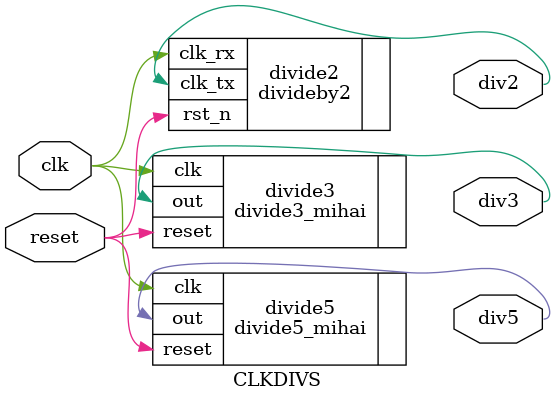
<source format=v>
module CLKDIVS(
	input reset,
    input clk,
    output div2,
	output div3,
	output div5
);

	divideby2 divide2(
		.rst_n(reset),
		.clk_rx(clk),
		.clk_tx(div2)
    );

	divide3_mihai divide3(
		.reset(reset),
		.clk(clk),
		.out(div3)
	);

	divide5_mihai divide5(
		.reset(reset),
		.clk(clk),
		.out(div5)
	);

endmodule

</source>
